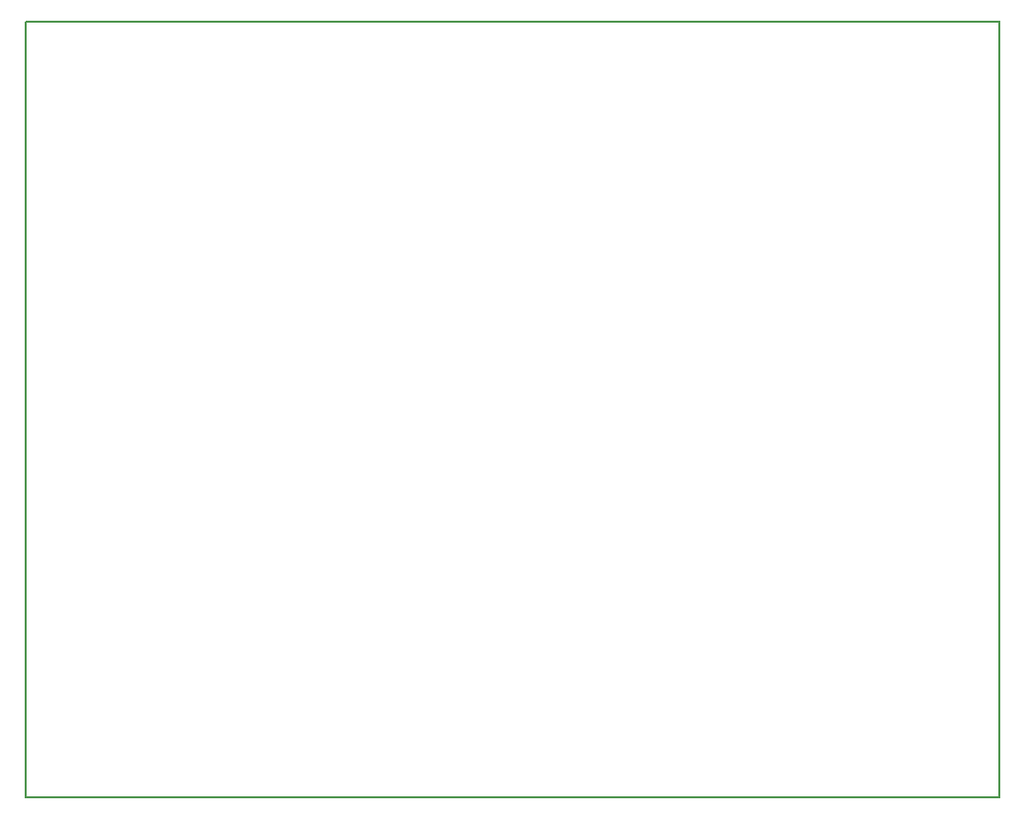
<source format=gbr>
%TF.GenerationSoftware,KiCad,Pcbnew,4.0.1-stable*%
%TF.CreationDate,2016-04-25T17:13:02+03:00*%
%TF.ProjectId,6xUSB_PowMet,36785553425F506F774D65742E6B6963,rev?*%
%TF.FileFunction,Profile,NP*%
%FSLAX46Y46*%
G04 Gerber Fmt 4.6, Leading zero omitted, Abs format (unit mm)*
G04 Created by KiCad (PCBNEW 4.0.1-stable) date 25.04.2016 17:13:02*
%MOMM*%
G01*
G04 APERTURE LIST*
%ADD10C,0.100000*%
%ADD11C,0.150000*%
G04 APERTURE END LIST*
D10*
D11*
X100300000Y-65400000D02*
X183800000Y-65400000D01*
X100300000Y-132000000D02*
X100300000Y-65400000D01*
X183800000Y-132000000D02*
X100300000Y-132000000D01*
X183800000Y-65300000D02*
X183800000Y-132000000D01*
M02*

</source>
